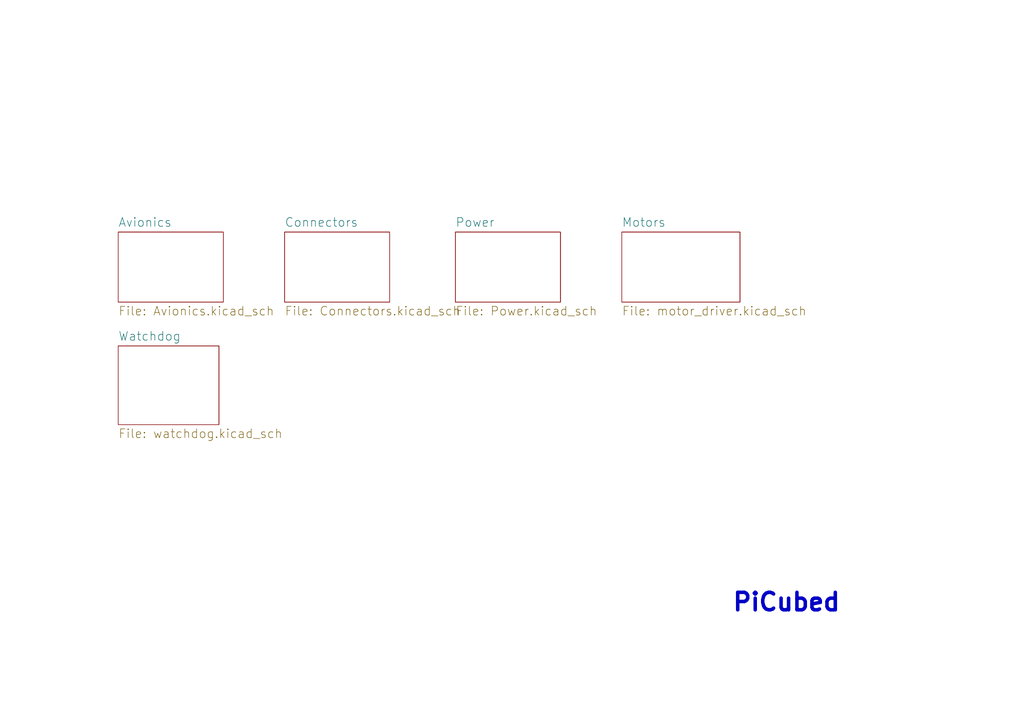
<source format=kicad_sch>
(kicad_sch
	(version 20231120)
	(generator "eeschema")
	(generator_version "8.0")
	(uuid "db20b18b-d25a-428e-8229-70a189e1de75")
	(paper "A4")
	(title_block
		(title "PyCubed Mainboard")
		(date "2024-11-24")
		(rev "v06c")
		(company "Stanford Student Space Initiative")
		(comment 1 "Ethan Brinser")
	)
	(lib_symbols)
	(text "PiCubed"
		(exclude_from_sim no)
		(at 212.09 177.8 0)
		(effects
			(font
				(size 5.08 5.08)
				(thickness 1.016)
				(bold yes)
			)
			(justify left bottom)
		)
		(uuid "7b5099dd-420b-44c2-b627-49f3bf6e2c57")
	)
	(sheet
		(at 34.29 67.31)
		(size 30.48 20.32)
		(fields_autoplaced yes)
		(stroke
			(width 0)
			(type solid)
		)
		(fill
			(color 0 0 0 0.0000)
		)
		(uuid "00000000-0000-0000-0000-00005cec5a72")
		(property "Sheetname" "Avionics"
			(at 34.29 65.9634 0)
			(effects
				(font
					(size 2.54 2.54)
				)
				(justify left bottom)
			)
		)
		(property "Sheetfile" "Avionics.kicad_sch"
			(at 34.29 88.7226 0)
			(effects
				(font
					(size 2.54 2.54)
				)
				(justify left top)
			)
		)
		(instances
			(project "motor_board"
				(path "/db20b18b-d25a-428e-8229-70a189e1de75"
					(page "2")
				)
			)
		)
	)
	(sheet
		(at 132.08 67.31)
		(size 30.48 20.32)
		(fields_autoplaced yes)
		(stroke
			(width 0)
			(type solid)
		)
		(fill
			(color 0 0 0 0.0000)
		)
		(uuid "00000000-0000-0000-0000-00005cec5dde")
		(property "Sheetname" "Power"
			(at 132.08 65.9634 0)
			(effects
				(font
					(size 2.54 2.54)
				)
				(justify left bottom)
			)
		)
		(property "Sheetfile" "Power.kicad_sch"
			(at 132.08 88.7226 0)
			(effects
				(font
					(size 2.54 2.54)
				)
				(justify left top)
			)
		)
		(instances
			(project "motor_board"
				(path "/db20b18b-d25a-428e-8229-70a189e1de75"
					(page "5")
				)
			)
		)
	)
	(sheet
		(at 82.55 67.31)
		(size 30.48 20.32)
		(fields_autoplaced yes)
		(stroke
			(width 0)
			(type solid)
		)
		(fill
			(color 0 0 0 0.0000)
		)
		(uuid "00000000-0000-0000-0000-00005cec60eb")
		(property "Sheetname" "Connectors"
			(at 82.55 65.9634 0)
			(effects
				(font
					(size 2.54 2.54)
				)
				(justify left bottom)
			)
		)
		(property "Sheetfile" "Connectors.kicad_sch"
			(at 82.55 88.7226 0)
			(effects
				(font
					(size 2.54 2.54)
				)
				(justify left top)
			)
		)
		(instances
			(project "motor_board"
				(path "/db20b18b-d25a-428e-8229-70a189e1de75"
					(page "4")
				)
			)
		)
	)
	(sheet
		(at 34.29 100.33)
		(size 29.21 22.86)
		(fields_autoplaced yes)
		(stroke
			(width 0.1524)
			(type solid)
		)
		(fill
			(color 0 0 0 0.0000)
		)
		(uuid "a393ea4a-5f4e-4c0f-917f-6d28e91dd546")
		(property "Sheetname" "Watchdog"
			(at 34.29 98.9834 0)
			(effects
				(font
					(size 2.54 2.54)
				)
				(justify left bottom)
			)
		)
		(property "Sheetfile" "watchdog.kicad_sch"
			(at 34.29 124.2826 0)
			(effects
				(font
					(size 2.54 2.54)
				)
				(justify left top)
			)
		)
		(instances
			(project "motor_board"
				(path "/db20b18b-d25a-428e-8229-70a189e1de75"
					(page "7")
				)
			)
		)
	)
	(sheet
		(at 180.34 67.31)
		(size 34.29 20.32)
		(fields_autoplaced yes)
		(stroke
			(width 0.1524)
			(type solid)
		)
		(fill
			(color 0 0 0 0.0000)
		)
		(uuid "c83b0c2f-2d19-4aec-a657-bda2046fb347")
		(property "Sheetname" "Motors"
			(at 180.34 65.9634 0)
			(effects
				(font
					(size 2.54 2.54)
				)
				(justify left bottom)
			)
		)
		(property "Sheetfile" "motor_driver.kicad_sch"
			(at 180.34 88.7226 0)
			(effects
				(font
					(size 2.54 2.54)
				)
				(justify left top)
			)
		)
		(instances
			(project "motor_board"
				(path "/db20b18b-d25a-428e-8229-70a189e1de75"
					(page "6")
				)
			)
		)
	)
	(sheet_instances
		(path "/"
			(page "1")
		)
	)
)

</source>
